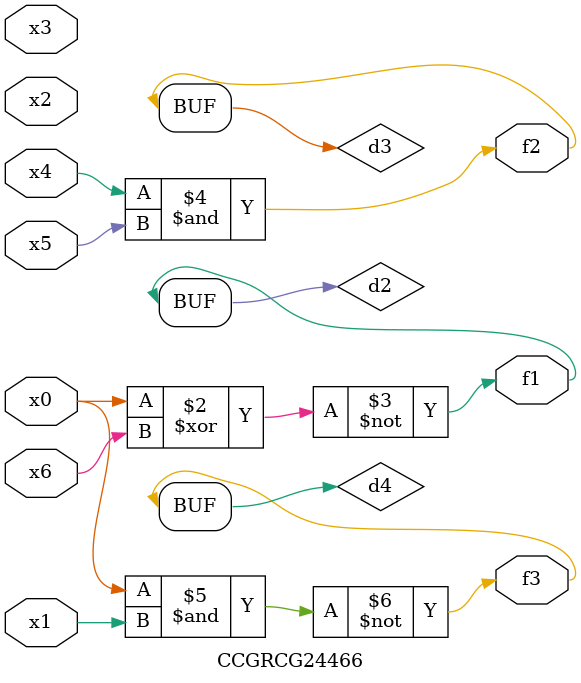
<source format=v>
module CCGRCG24466(
	input x0, x1, x2, x3, x4, x5, x6,
	output f1, f2, f3
);

	wire d1, d2, d3, d4;

	nor (d1, x0);
	xnor (d2, x0, x6);
	and (d3, x4, x5);
	nand (d4, x0, x1);
	assign f1 = d2;
	assign f2 = d3;
	assign f3 = d4;
endmodule

</source>
